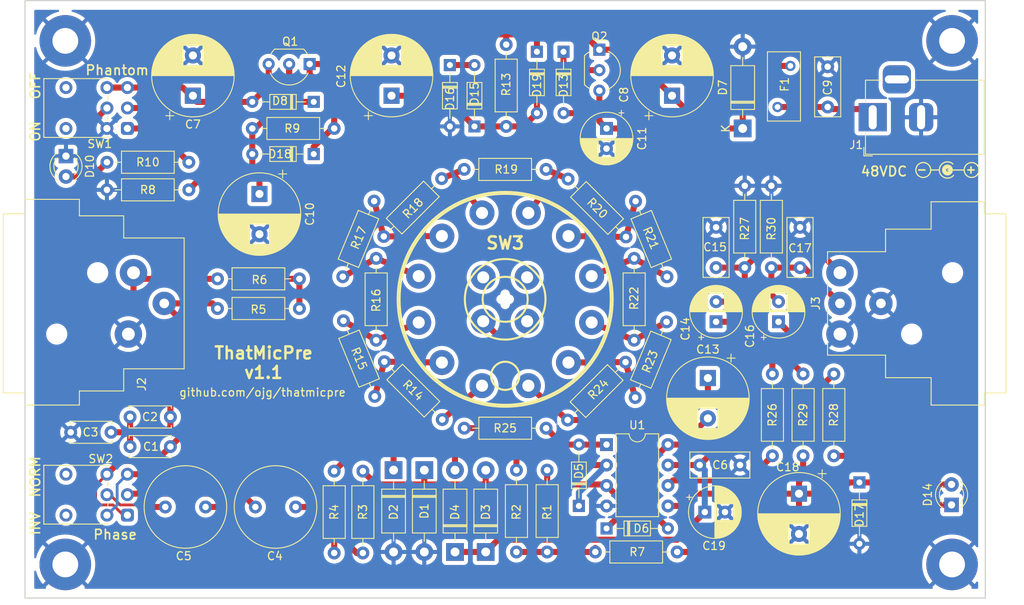
<source format=kicad_pcb>
(kicad_pcb (version 20211014) (generator pcbnew)
  (title_block (title "THAT MicPre") (date "2022-10-10") (rev "1.1") (company "OJG"))
  (layers (0 "F.Cu" signal) (31 "B.Cu" signal) (34 "B.Paste" user) (35 "F.Paste" user) (36 "B.SilkS" user "B.Silkscreen") (37 "F.SilkS" user "F.Silkscreen") (38 "B.Mask" user) (39 "F.Mask" user) (44 "Edge.Cuts" user))
  (net 0 "")
  (net 1 "Net-(C1-Pad2)")
  (net 2 "Net-(C1-Pad1)")
  (net 3 "Net-(C2-Pad1)")
  (net 4 "GND")
  (net 5 "Net-(C4-Pad2)")
  (net 6 "Net-(C4-Pad1)")
  (net 7 "Net-(C5-Pad2)")
  (net 8 "Net-(C5-Pad1)")
  (net 9 "Net-(C11-Pad1)")
  (net 10 "Net-(C7-Pad1)")
  (net 11 "Net-(C8-Pad1)")
  (net 12 "Net-(C9-Pad1)")
  (net 13 "Net-(C10-Pad1)")
  (net 14 "Net-(C12-Pad1)")
  (net 15 "Net-(C13-Pad2)")
  (net 16 "Net-(C13-Pad1)")
  (net 17 "Net-(C14-Pad2)")
  (net 18 "Net-(C14-Pad1)")
  (net 19 "Net-(C16-Pad2)")
  (net 20 "Net-(C16-Pad1)")
  (net 21 "Net-(D1-Pad1)")
  (net 22 "Net-(D2-Pad1)")
  (net 23 "Net-(D10-Pad2)")
  (net 24 "Net-(D14-Pad2)")
  (net 25 "Net-(D15-Pad2)")
  (net 26 "Net-(R1-Pad2)")
  (net 27 "Net-(R10-Pad1)")
  (net 28 "Net-(R14-Pad2)")
  (net 29 "Net-(R14-Pad1)")
  (net 30 "Net-(R15-Pad1)")
  (net 31 "Net-(R16-Pad1)")
  (net 32 "Net-(R17-Pad1)")
  (net 33 "Net-(R18-Pad1)")
  (net 34 "Net-(R19-Pad1)")
  (net 35 "Net-(R20-Pad1)")
  (net 36 "Net-(R21-Pad1)")
  (net 37 "Net-(R22-Pad1)")
  (net 38 "Net-(R23-Pad1)")
  (net 39 "Net-(D5-Pad2)")
  (net 40 "Net-(R25-Pad2)")
  (net 41 "Net-(C18-Pad1)")
  (net 42 "Net-(R26-Pad2)")
  (net 43 "Net-(R5-Pad1)")
  (net 44 "Net-(R8-Pad1)")
  (footprint "Capacitor_THT:C_Disc_D5.0mm_W2.5mm_P5.00mm" (layer "F.Cu") (at 68.834 106.172 180)
    (fp_text reference "C1")
    (fp_text value "470p")
  )
  (footprint "Capacitor_THT:C_Disc_D5.0mm_W2.5mm_P5.00mm" (layer "F.Cu") (at 68.834 102.489 180)
    (fp_text reference "C2")
    (fp_text value "470p")
  )
  (footprint "Capacitor_THT:C_Disc_D5.0mm_W2.5mm_P5.00mm" (layer "F.Cu") (at 61.468 104.394 180)
    (fp_text reference "C3")
    (fp_text value "47p")
  )
  (footprint "Capacitor_THT:C_Radial_D10.0mm_H16.0mm_P5.00mm" (layer "F.Cu") (at 79.375 113.665)
    (fp_text reference "C4")
    (fp_text value "47u-63V-BP")
  )
  (footprint "Capacitor_THT:C_Radial_D10.0mm_H16.0mm_P5.00mm" (layer "F.Cu") (at 68.199 113.665)
    (fp_text reference "C5")
    (fp_text value "47u-63V-BP")
  )
  (footprint "Capacitor_THT:C_Rect_L7.2mm_W3.0mm_P5.00mm_FKS2_FKP2_MKS2_MKP2" (layer "F.Cu") (at 134.493 108.458)
    (fp_text reference "C6")
    (fp_text value "100n")
  )
  (footprint "Capacitor_THT:C_Rect_L7.2mm_W3.0mm_P5.00mm_FKS2_FKP2_MKS2_MKP2" (layer "F.Cu") (at 150.368 64.008 90)
    (fp_text reference "C9")
    (fp_text value "10n")
  )
  (footprint "Capacitor_THT:CP_Radial_D6.3mm_P2.50mm" (layer "F.Cu") (at 122.936 66.675 -90)
    (fp_text reference "C11")
    (fp_text value "47u-50V")
  )
  (footprint "Capacitor_THT:CP_Radial_D10.0mm_P5.00mm" (layer "F.Cu") (at 96.266 62.611 90)
    (fp_text reference "C12")
    (fp_text value "220u-63V")
  )
  (footprint "Capacitor_THT:CP_Radial_D10.0mm_P5.00mm" (layer "F.Cu") (at 135.509 97.663 -90)
    (fp_text reference "C13")
    (fp_text value "3300u-6V3")
  )
  (footprint "Capacitor_THT:CP_Radial_D6.3mm_P2.50mm" (layer "F.Cu") (at 136.525 90.678 90)
    (fp_text reference "C14")
    (fp_text value "47u-50V")
  )
  (footprint "Capacitor_THT:C_Rect_L7.2mm_W3.0mm_P5.00mm_FKS2_FKP2_MKS2_MKP2" (layer "F.Cu") (at 136.525 83.947 90)
    (fp_text reference "C15")
    (fp_text value "10n")
  )
  (footprint "Capacitor_THT:CP_Radial_D6.3mm_P2.50mm" (layer "F.Cu") (at 144.272 90.678 90)
    (fp_text reference "C16")
    (fp_text value "47u-50V")
  )
  (footprint "Capacitor_THT:C_Rect_L7.2mm_W3.0mm_P5.00mm_FKS2_FKP2_MKS2_MKP2" (layer "F.Cu") (at 146.939 83.947 90)
    (fp_text reference "C17")
    (fp_text value "10n")
  )
  (footprint "Diode_THT:D_DO-41_SOD81_P10.16mm_Horizontal" (layer "F.Cu") (at 100.33 109.093 -90)
    (fp_text reference "D1")
    (fp_text value "1N4004")
  )
  (footprint "Diode_THT:D_DO-41_SOD81_P10.16mm_Horizontal" (layer "F.Cu") (at 96.52 109.093 -90)
    (fp_text reference "D2")
    (fp_text value "1N4004")
  )
  (footprint "Diode_THT:D_DO-41_SOD81_P10.16mm_Horizontal" (layer "F.Cu") (at 107.95 119.253 90)
    (fp_text reference "D3")
    (fp_text value "1N4004")
  )
  (footprint "Diode_THT:D_DO-41_SOD81_P10.16mm_Horizontal" (layer "F.Cu") (at 104.14 119.253 90)
    (fp_text reference "D4")
    (fp_text value "1N4004")
  )
  (footprint "Diode_THT:D_DO-34_SOD68_P7.62mm_Horizontal" (layer "F.Cu") (at 86.614 63.373 180)
    (fp_text reference "D8")
    (fp_text value "1N4148")
  )
  (footprint "LED_THT:LED_D3.0mm" (layer "F.Cu") (at 55.88 70.104 -90)
    (fp_text reference "D10")
    (fp_text value "LED")
  )
  (footprint "Diode_THT:D_DO-34_SOD68_P7.62mm_Horizontal" (layer "F.Cu") (at 117.602 57.15 -90)
    (fp_text reference "D13")
    (fp_text value "1N4148")
  )
  (footprint "LED_THT:LED_D3.0mm" (layer "F.Cu") (at 165.735 113.411 90)
    (fp_text reference "D14")
    (fp_text value "LED")
  )
  (footprint "Diode_THT:D_DO-34_SOD68_P7.62mm_Horizontal" (layer "F.Cu") (at 106.553 66.421 90)
    (fp_text reference "D15")
    (fp_text value "18V")
  )
  (footprint "Diode_THT:D_DO-34_SOD68_P7.62mm_Horizontal" (layer "F.Cu") (at 103.505 58.801 -90)
    (fp_text reference "D16")
    (fp_text value "18V")
  )
  (footprint "my_kicad_footprints:Jack_XLR_Neutrik_NC3MBH_Horizontal" (layer "F.Cu") (at 151.892 92.202 90)
    (fp_text reference "J3")
    (fp_text value "NC3MBH1")
  )
  (footprint "Package_TO_SOT_THT:TO-92_Inline_Wide" (layer "F.Cu") (at 86.106 58.674 180)
    (fp_text reference "Q1")
    (fp_text value "BC546C")
  )
  (footprint "Package_TO_SOT_THT:TO-92_Inline_Wide" (layer "F.Cu") (at 122.047 56.896 -90)
    (fp_text reference "Q2")
    (fp_text value "BC546C")
  )
  (footprint "Resistor_THT:R_Axial_DIN0207_L6.3mm_D2.5mm_P10.16mm_Horizontal" (layer "F.Cu") (at 111.76 109.093 -90)
    (fp_text reference "R2")
    (fp_text value "1k2-0.1%")
  )
  (footprint "Resistor_THT:R_Axial_DIN0207_L6.3mm_D2.5mm_P10.16mm_Horizontal" (layer "F.Cu") (at 92.71 109.22 -90)
    (fp_text reference "R3")
    (fp_text value "10R-1W")
  )
  (footprint "Resistor_THT:R_Axial_DIN0207_L6.3mm_D2.5mm_P10.16mm_Horizontal" (layer "F.Cu") (at 89.154 109.22 -90)
    (fp_text reference "R4")
    (fp_text value "10R-1W")
  )
  (footprint "Resistor_THT:R_Axial_DIN0207_L6.3mm_D2.5mm_P10.16mm_Horizontal" (layer "F.Cu") (at 84.836 89.027 180)
    (fp_text reference "R5")
    (fp_text value "6k8-0.1%-0.5W")
  )
  (footprint "Resistor_THT:R_Axial_DIN0207_L6.3mm_D2.5mm_P10.16mm_Horizontal" (layer "F.Cu") (at 84.836 85.344 180)
    (fp_text reference "R6")
    (fp_text value "6k8-0.1%-0.5W")
  )
  (footprint "Resistor_THT:R_Axial_DIN0207_L6.3mm_D2.5mm_P10.16mm_Horizontal" (layer "F.Cu") (at 121.539 119.253)
    (fp_text reference "R7")
    (fp_text value "22k")
  )
  (footprint "Resistor_THT:R_Axial_DIN0207_L6.3mm_D2.5mm_P10.16mm_Horizontal" (layer "F.Cu") (at 89.154 66.675 180)
    (fp_text reference "R9")
    (fp_text value "10k")
  )
  (footprint "Resistor_THT:R_Axial_DIN0207_L6.3mm_D2.5mm_P10.16mm_Horizontal" (layer "F.Cu") (at 71.12 70.866 180)
    (fp_text reference "R10")
    (fp_text value "22k")
  )
  (footprint "Resistor_THT:R_Axial_DIN0207_L6.3mm_D2.5mm_P10.16mm_Horizontal" (layer "F.Cu") (at 110.49 56.261 -90)
    (fp_text reference "R13")
    (fp_text value "10k")
  )
  (footprint "Resistor_THT:R_Axial_DIN0207_L6.3mm_D2.5mm_P10.16mm_Horizontal" (layer "F.Cu") (at 95.377 95.631 -45)
    (fp_text reference "R14")
    (fp_text value "1M0")
  )
  (footprint "Resistor_THT:R_Axial_DIN0207_L6.3mm_D2.5mm_P10.16mm_Horizontal" (layer "F.Cu") (at 90.297 90.551 -67.5)
    (fp_text reference "R15")
    (fp_text value "2k7")
  )
  (footprint "Resistor_THT:R_Axial_DIN0207_L6.3mm_D2.5mm_P10.16mm_Horizontal" (layer "F.Cu") (at 94.361 82.804 -90)
    (fp_text reference "R16")
    (fp_text value "1k0")
  )
  (footprint "Resistor_THT:R_Axial_DIN0207_L6.3mm_D2.5mm_P10.16mm_Horizontal" (layer "F.Cu") (at 94.107 75.692 -112.5)
    (fp_text reference "R17")
    (fp_text value "560R")
  )
  (footprint "Resistor_THT:R_Axial_DIN0207_L6.3mm_D2.5mm_P10.16mm_Horizontal" (layer "F.Cu") (at 102.489 72.898 -135)
    (fp_text reference "R18")
    (fp_text value "270R")
  )
  (footprint "Resistor_THT:R_Axial_DIN0207_L6.3mm_D2.5mm_P10.16mm_Horizontal" (layer "F.Cu") (at 115.443 71.755 180)
    (fp_text reference "R19")
    (fp_text value "150R")
  )
  (footprint "Resistor_THT:R_Axial_DIN0207_L6.3mm_D2.5mm_P10.16mm_Horizontal" (layer "F.Cu") (at 125.349 80.137 135)
    (fp_text reference "R20")
    (fp_text value "82R")
  )
  (footprint "Resistor_THT:R_Axial_DIN0207_L6.3mm_D2.5mm_P10.16mm_Horizontal" (layer "F.Cu") (at 130.429 85.09 112.5)
    (fp_text reference "R21")
    (fp_text value "47R")
  )
  (footprint "Resistor_THT:R_Axial_DIN0207_L6.3mm_D2.5mm_P10.16mm_Horizontal" (layer "F.Cu") (at 126.365 92.964 90)
    (fp_text reference "R22")
    (fp_text value "27R")
  )
  (footprint "Resistor_THT:R_Axial_DIN0207_L6.3mm_D2.5mm_P10.16mm_Horizontal" (layer "F.Cu") (at 126.492 100.076 67.5)
    (fp_text reference "R23")
    (fp_text value "15R")
  )
  (footprint "Resistor_THT:R_Axial_DIN0207_L6.3mm_D2.5mm_P10.16mm_Horizontal" (layer "F.Cu") (at 118.11 102.87 45)
    (fp_text reference "R24")
    (fp_text value "8R2")
  )
  (footprint "Resistor_THT:R_Axial_DIN0207_L6.3mm_D2.5mm_P10.16mm_Horizontal" (layer "F.Cu") (at 115.443 103.886 180)
    (fp_text reference "R25")
    (fp_text value "10R")
  )
  (footprint "Resistor_THT:R_Axial_DIN0207_L6.3mm_D2.5mm_P10.16mm_Horizontal" (layer "F.Cu") (at 143.51 97.155 -90)
    (fp_text reference "R26")
    (fp_text value "100R")
  )
  (footprint "Resistor_THT:R_Axial_DIN0207_L6.3mm_D2.5mm_P10.16mm_Horizontal" (layer "F.Cu") (at 140.081 83.947 90)
    (fp_text reference "R27")
    (fp_text value "10k")
  )
  (footprint "Resistor_THT:R_Axial_DIN0207_L6.3mm_D2.5mm_P10.16mm_Horizontal" (layer "F.Cu") (at 143.383 83.947 90)
    (fp_text reference "R30")
    (fp_text value "10k")
  )
  (footprint "Button_Switch_THT:SW_Push_2P2T_Vertical_E-Switch_800UDP8P1A1M6" (layer "F.Cu") (at 63.5 114.681 180)
    (fp_text reference "SW2")
    (fp_text value "SW_DPDT_x2")
  )
  (footprint "my_kicad_footprints:Jack_XLR_Neutrik_NC3FBH1_Horizontal" (layer "F.Cu") (at 63.622 92.202 180)
    (fp_text reference "J2")
    (fp_text value "NC3FBH1")
  )
  (footprint "my_kicad_footprints:LORINCK1049" (layer "F.Cu") (at 110.363 87.884)
    (fp_text reference "SW3")
    (fp_text value "SW_Rotary12" hide)
  )
  (footprint "Resistor_THT:R_Axial_DIN0207_L6.3mm_D2.5mm_P10.16mm_Horizontal" (layer "F.Cu") (at 115.57 109.093 -90)
    (fp_text reference "R1")
    (fp_text value "1k2-0.1%")
  )
  (footprint "Connector_BarrelJack:BarrelJack_Horizontal" (layer "F.Cu") (at 155.956 65.278 180)
    (fp_text reference "J1")
    (fp_text value "Barrel_Jack_Switch")
  )
  (footprint "Capacitor_THT:CP_Radial_D6.3mm_P2.50mm" (layer "F.Cu") (at 135.128 114.3)
    (fp_text reference "C19")
    (fp_text value "47u-50V")
  )
  (footprint "Capacitor_THT:CP_Radial_D10.0mm_P5.00mm" (layer "F.Cu") (at 146.812 112.014 -90)
    (fp_text reference "C18")
    (fp_text value "1000u-25V")
  )
  (footprint "Diode_THT:D_DO-34_SOD68_P7.62mm_Horizontal" (layer "F.Cu") (at 119.507 113.538 90)
    (fp_text reference "D5")
    (fp_text value "1N4148")
  )
  (footprint "Diode_THT:D_DO-34_SOD68_P7.62mm_Horizontal" (layer "F.Cu") (at 122.936 116.332)
    (fp_text reference "D6")
    (fp_text value "1N4148")
  )
  (footprint "Button_Switch_THT:SW_Push_2P2T_Vertical_E-Switch_800UDP8P1A1M6" (layer "F.Cu") (at 63.5 66.675 180)
    (fp_text reference "SW1")
    (fp_text value "SW_DPDT_x2")
  )
  (footprint "Package_DIP:DIP-8_W7.62mm" (layer "F.Cu") (at 122.936 105.918)
    (fp_text reference "U1")
    (fp_text value "THAT1510P08-U")
  )
  (footprint "MountingHole:MountingHole_3.2mm_M3_Pad" (layer "F.Cu") (at 55.8 55.8)
    (fp_text reference "H1" hide)
    (fp_text value "M3")
  )
  (footprint "MountingHole:MountingHole_3.2mm_M3_Pad" (layer "F.Cu") (at 55.8 120.8)
    (fp_text reference "H2" hide)
    (fp_text value "M3")
  )
  (footprint "MountingHole:MountingHole_3.2mm_M3_Pad" (layer "F.Cu") (at 165.8 55.8)
    (fp_text reference "H3" hide)
    (fp_text value "M3")
  )
  (footprint "MountingHole:MountingHole_3.2mm_M3_Pad" (layer "F.Cu") (at 165.8 120.8)
    (fp_text reference "H4" hide)
    (fp_text value "M3")
  )
  (footprint "Resistor_THT:R_Axial_DIN0207_L6.3mm_D2.5mm_P10.16mm_Horizontal" (layer "F.Cu") (at 151.13 97.155 -90)
    (fp_text reference "R28")
    (fp_text value "4k7")
  )
  (footprint "Diode_THT:D_DO-34_SOD68_P7.62mm_Horizontal" (layer "F.Cu") (at 86.614 69.85 180)
    (fp_text reference "D18")
    (fp_text value "1N4148")
  )
  (footprint "Diode_THT:D_DO-34_SOD68_P7.62mm_Horizontal" (layer "F.Cu") (at 114.3 57.15 -90)
    (fp_text reference "D19")
    (fp_text value "1N4148")
  )
  (footprint "Resistor_THT:R_Axial_DIN0207_L6.3mm_D2.5mm_P10.16mm_Horizontal" (layer "F.Cu") (at 71.12 74.295 180)
    (fp_text reference "R8")
    (fp_text value "47k")
  )
  (footprint "Capacitor_THT:CP_Radial_D10.0mm_P5.00mm" (layer "F.Cu") (at 79.883 74.803 -90)
    (fp_text reference "C10")
    (fp_text value "220u-63V")
  )
  (footprint "Capacitor_THT:CP_Radial_D10.0mm_P5.00mm" (layer "F.Cu") (at 131.064 62.611 90)
    (fp_text reference "C8")
    (fp_text value "220u-63V")
  )
  (footprint "Diode_THT:D_DO-34_SOD68_P7.62mm_Horizontal" (layer "F.Cu") (at 154.305 110.617 -90)
    (fp_text reference "D17")
    (fp_text value "18V")
  )
  (footprint "Resistor_THT:R_Axial_DIN0207_L6.3mm_D2.5mm_P10.16mm_Horizontal" (layer "F.Cu") (at 147.32 97.155 -90)
    (fp_text reference "R29")
    (fp_text value "100R")
  )
  (footprint "Capacitor_THT:CP_Radial_D10.0mm_P5.00mm" (layer "F.Cu") (at 71.628 62.611 90)
    (fp_text reference "C7")
    (fp_text value "220u-63V")
  )
  (footprint "Fuse:Fuse_BelFuse_0ZRE0005FF_L8.3mm_W3.8mm" (layer "F.Cu") (at 144.145 64.008 90)
    (fp_text reference "F1")
    (fp_text value "Polyfuse")
  )
  (footprint "Diode_THT:D_DO-41_SOD81_P10.16mm_Horizontal" (layer "F.Cu") (at 139.827 66.675 90)
    (fp_text reference "D7")
    (fp_text value "1N4004")
  )
  (footprint "Symbol:OSHW-Symbol_6.7x6mm_Copper" (layer "F.Cu") (at 75.184 104.394)
    (fp_text reference "LOGO1" hide)
    (fp_text value "Logo_Open_Hardware_Small" hide)
  )
  (footprint "Symbol:Symbol_CC-Attribution_CopperTop_Small" (layer "F.Cu") (at 82.042 104.394)
    (fp_text reference "LOGO2" hide)
    (fp_text value "Logo_Open_Hardware_Small")
  )
  (footprint "Symbol:Symbol_CreativeCommons_CopperTop_Type2_Small" (layer "F.Cu") (at 88.262 104.494)
    (fp_text reference "LOGO3" hide)
    (fp_text value "Logo_Open_Hardware_Small")
  )
  (footprint "Symbol:Symbol_Barrel_Polarity" (layer "F.Cu") (at 165.227 71.755)
    (fp_text reference "LOGO4" hide)
    (fp_text value "SYM_Arrow_Normal")
  )
  (gr_line (start 50.8 50.8) (end 50.8 124.968) (layer "Edge.Cuts") (width 0.15))
  (gr_line (start 169.926 124.968) (end 50.8 124.968) (layer "Edge.Cuts") (width 0.15))
  (gr_line (start 169.926 124.968) (end 169.926 50.8) (layer "Edge.Cuts") (width 0.15))
  (gr_line (start 169.926 50.8) (end 50.8 50.8) (layer "Edge.Cuts") (width 0.15))
  (gr_text "INV  NORM" (at 52.07 112.268 90) (layer "F.SilkS") (effects (font (size 1.2 1.2) (thickness 0.2))))
  (gr_text "github.com/ojg/thatmicpre" (at 80.264 99.441) (layer "F.SilkS") (effects (font (size 1 1))))
  (gr_text "-" (at 162.052 71.755) (layer "F.SilkS") (effects (font (size 1 1) (thickness 0.2))))
  (gr_text "ThatMicPre\nv1.1" (at 80.391 95.758) (layer "F.SilkS") (effects (font (size 1.5 1.5) (thickness 0.3))))
  (gr_text "ON   OFF" (at 52.07 64.008 90) (layer "F.SilkS") (effects (font (size 1.2 1.2) (thickness 0.2))))
  (gr_text "+" (at 168.148 71.755) (layer "F.SilkS") (effects (font (size 1 1) (thickness 0.2))))
  (gr_text "48VDC" (at 157.353 72.009) (layer "F.SilkS") (effects (font (size 1.2 1.2) (thickness 0.2))))
  (gr_text "Phantom" (at 62.23 59.436) (layer "F.SilkS") (effects (font (size 1.2 1.2) (thickness 0.2))))
  (gr_text "Phase" (at 61.976 117.094) (layer "F.SilkS") (effects (font (size 1.2 1.2) (thickness 0.2))))
  (segment (start 63.627 104.394) (end 63.834 104.187) (width 0.75) (layer "F.Cu") (net 1))
  (segment (start 61.468 104.394) (end 63.627 104.394) (width 0.75) (layer "F.Cu") (net 1))
  (segment (start 63.834 102.489) (end 63.834 104.187) (width 0.75) (layer "F.Cu") (net 1))
  (segment (start 63.834 104.187) (end 63.834 106.172) (width 0.75) (layer "F.Cu") (net 1))
  (segment (start 65.405 109.601) (end 68.834 106.172) (width 0.75) (layer "F.Cu") (net 2))
  (segment (start 63.5 109.601) (end 65.405 109.601) (width 0.75) (layer "F.Cu") (net 2))
  (segment (start 69.521999 89.841999) (end 68.072 88.392) (width 0.75) (layer "F.Cu") (net 2))
  (segment (start 70.612 104.394) (end 70.612 90.932) (width 0.75) (layer "F.Cu") (net 2))
  (segment (start 68.834 106.172) (end 70.612 104.394) (width 0.75) (layer "F.Cu") (net 2))
  (segment (start 68.072 88.392) (end 74.041 88.392) (width 0.75) (layer "F.Cu") (net 2))
  (segment (start 74.041 88.392) (end 74.676 89.027) (width 0.75) (layer "F.Cu") (net 2))
  (segment (start 70.612 90.932) (end 69.521999 89.841999) (width 0.75) (layer "F.Cu") (net 2))
  (segment (start 62.23 113.411) (end 62.23 110.871) (width 0.35) (layer "B.Cu") (net 2))
  (segment (start 62.23 110.871) (end 62.700001 110.400999) (width 0.35) (layer "B.Cu") (net 2))
  (segment (start 60.96 114.681) (end 62.23 113.411) (width 0.35) (layer "B.Cu") (net 2))
  (segment (start 62.700001 110.400999) (end 63.5 109.601) (width 0.35) (layer "B.Cu") (net 2))
  (segment (start 59.563 110.998) (end 60.160001 110.400999) (width 0.35) (layer "F.Cu") (net 3))
  (segment (start 62.611 107.95) (end 64.643 107.95) (width 0.75) (layer "F.Cu") (net 3))
  (segment (start 74.676 85.344) (end 65.019 85.344) (width 0.75) (layer "F.Cu") (net 3))
  (segment (start 68.834 102.489) (end 68.834 92.837) (width 0.75) (layer "F.Cu") (net 3))
  (segment (start 60.96 109.601) (end 62.611 107.95) (width 0.75) (layer "F.Cu") (net 3))
  (segment (start 63.5 114.681) (end 62.992 114.681) (width 0.35) (layer "F.Cu") (net 3))
  (segment (start 68.834 92.837) (end 64.257 88.26) (width 0.75) (layer "F.Cu") (net 3))
  (segment (start 59.563 112.776) (end 59.563 110.998) (width 0.35) (layer "F.Cu") (net 3))
  (segment (start 64.643 107.95) (end 68.834 103.759) (width 0.75) (layer "F.Cu") (net 3))
  (segment (start 60.160001 110.400999) (end 60.96 109.601) (width 0.35) (layer "F.Cu") (net 3))
  (segment (start 64.257 88.26) (end 64.257 84.582) (width 0.75) (layer "F.Cu") (net 3))
  (segment (start 62.992 114.681) (end 61.722 113.411) (width 0.35) (layer "F.Cu") (net 3))
  (segment (start 61.722 113.411) (end 60.198 113.411) (width 0.35) (layer "F.Cu") (net 3))
  (segment (start 68.834 103.759) (end 68.834 102.489) (width 0.75) (layer "F.Cu") (net 3))
  (segment (start 60.198 113.411) (end 59.563 112.776) (width 0.35) (layer "F.Cu") (net 3))
  (segment (start 65.019 85.344) (end 64.257 84.582) (width 0.75) (layer "F.Cu") (net 3))
  (segment (start 91.059 118.491) (end 91.059 117.094) (width 0.75) (layer "F.Cu") (net 5))
  (segment (start 87.63 113.665) (end 85.50637 113.665) (width 0.75) (layer "F.Cu") (net 5))
  (segment (start 91.948 119.38) (end 91.059 118.491) (width 0.75) (layer "F.Cu") (net 5))
  (segment (start 91.059 117.094) (end 87.63 113.665) (width 0.75) (layer "F.Cu") (net 5))
  (segment (start 85.50637 113.665) (end 84.375 113.665) (width 0.75) (layer "F.Cu") (net 5))
  (segment (start 92.71 119.38) (end 91.948 119.38) (width 0.75) (layer "F.Cu") (net 5))
  (segment (start 79.375 113.665) (end 77.724 112.014) (width 0.75) (layer "F.Cu") (net 6))
  (segment (start 77.724 112.014) (end 63.627 112.014) (width 0.75) (layer "F.Cu") (net 6))
  (segment (start 63.627 112.014) (end 63.5 112.141) (width 0.75) (layer "F.Cu") (net 6))
  (segment (start 89.154 117.348) (end 87.249 115.443) (width 0.75) (layer "F.Cu") (net 7))
  (segment (start 89.154 119.38) (end 89.154 117.348) (width 0.75) (layer "F.Cu") (net 7))
  (segment (start 76.708 113.665) (end 73.199 113.665) (width 0.75) (layer "F.Cu") (net 7))
  (segment (start 78.486 115.443) (end 76.708 113.665) (width 0.75) (layer "F.Cu") (net 7))
  (segment (start 87.249 115.443) (end 78.486 115.443) (width 0.75) (layer "F.Cu") (net 7))
  (segment (start 65.278 113.665) (end 68.199 113.665) (width 0.75) (layer "F.Cu") (net 8))
  (segment (start 65.024 113.411) (end 62.611 113.411) (width 0.35) (layer "F.Cu") (net 8))
  (segment (start 61.341 112.141) (end 60.96 112.141) (width 0.35) (layer "F.Cu") (net 8))
  (segment (start 62.611 113.411) (end 61.341 112.141) (width 0.35) (layer "F.Cu") (net 8))
  (segment (start 65.024 113.411) (end 65.278 113.665) (width 0.75) (layer "F.Cu") (net 8))
  (segment (start 134.493 108.458) (end 138.938 104.013) (width 0.75) (layer "F.Cu") (net 9))
  (segment (start 122.047 61.976) (end 122.047 65.024) (width 0.75) (layer "F.Cu") (net 9))
  (segment (start 121.793 64.77) (end 122.047 65.024) (width 0.75) (layer "F.Cu") (net 9))
  (segment (start 122.047 65.024) (end 122.047 65.786) (width 0.75) (layer "F.Cu") (net 9))
  (segment (start 148.209 100.076) (end 151.13 97.155) (width 0.75) (layer "F.Cu") (net 9))
  (segment (start 122.936 66.675) (end 124.486 66.675) (width 0.75) (layer "F.Cu") (net 9))
  (segment (start 131.699 117.729) (end 135.128 114.3) (width 0.75) (layer "F.Cu") (net 9))
  (segment (start 130.556 108.458) (end 133.858 108.458) (width 0.75) (layer "F.Cu") (net 9))
  (segment (start 132.969 75.158) (end 132.969 91.186) (width 0.75) (layer "F.Cu") (net 9))
  (segment (start 124.486 66.675) (end 132.969 75.158) (width 0.75) (layer "F.Cu") (net 9))
  (segment (start 138.938 100.076) (end 148.209 100.076) (width 0.75) (layer "F.Cu") (net 9))
  (segment (start 122.047 65.786) (end 122.936 66.675) (width 0.75) (layer "F.Cu") (net 9))
  (segment (start 104.14 119.253) (end 107.95 119.253) (width 0.75) (layer "F.Cu") (net 9))
  (segment (start 138.938 104.013) (end 138.938 100.076) (width 0.75) (layer "F.Cu") (net 9))
  (segment (start 117.602 64.77) (end 121.793 64.77) (width 0.75) (layer "F.Cu") (net 9))
  (segment (start 107.95 119.253) (end 109.474 117.729) (width 0.75) (layer "F.Cu") (net 9))
  (segment (start 132.969 91.186) (end 138.938 97.155) (width 0.75) (layer "F.Cu") (net 9))
  (segment (start 109.474 117.729) (end 131.699 117.729) (width 0.75) (layer "F.Cu") (net 9))
  (segment (start 138.938 97.155) (end 138.938 104.013) (width 0.75) (layer "F.Cu") (net 9))
  (segment (start 135.128 109.093) (end 134.493 108.458) (width 0.75) (layer "B.Cu") (net 9))
  (segment (start 135.128 114.3) (end 135.128 109.093) (width 0.75) (layer "B.Cu") (net 9))
  (segment (start 71.628 62.865) (end 70.358 61.595) (width 0.75) (layer "F.Cu") (net 10))
  (segment (start 81.026 58.674) (end 81.026 61.341) (width 0.75) (layer "F.Cu") (net 10))
  (segment (start 63.5 61.595) (end 62.09137 61.595) (width 0.75) (layer "F.Cu") (net 10))
  (segment (start 81.026 61.341) (end 78.994 63.373) (width 0.75) (layer "F.Cu") (net 10))
  (segment (start 78.994 63.373) (end 72.136 63.373) (width 0.75) (layer "F.Cu") (net 10))
  (segment (start 62.09137 61.595) (end 60.96 61.595) (width 0.75) (layer "F.Cu") (net 10))
  (segment (start 70.358 61.595) (end 63.5 61.595) (width 0.75) (layer "F.Cu") (net 10))
  (segment (start 72.136 63.373) (end 71.628 62.865) (width 0.75) (layer "F.Cu") (net 10))
  (segment (start 86.106 59.924) (end 89.154 62.972) (width 0.75) (layer "F.Cu") (net 11))
  (segment (start 89.003 58.674) (end 86.106 58.674) (width 0.75) (layer "F.Cu") (net 11))
  (segment (start 113.411 54.991) (end 110.49 54.991) (width 0.75) (layer "F.Cu") (net 11))
  (segment (start 125.349 56.896) (end 122.047 56.896) (width 0.75) (layer "F.Cu") (net 11))
  (segment (start 110.49 54.991) (end 98.933 54.991) (width 0.75) (layer "F.Cu") (net 11))
  (segment (start 139.827 64.825) (end 139.827 66.675) (width 0.75) (layer "F.Cu") (net 11))
  (segment (start 135.128 66.675) (end 131.064 62.611) (width 0.75) (layer "F.Cu") (net 11))
  (segment (start 86.614 69.596) (end 86.614 68.961) (width 0.75) (layer "F.Cu") (net 11))
  (segment (start 122.047 56.896) (end 120.142 54.991) (width 0.75) (layer "F.Cu") (net 11))
  (segment (start 89.154 65.92463) (end 89.154 67.056) (width 0.75) (layer "F.Cu") (net 11))
  (segment (start 116.332 54.991) (end 114.3 54.991) (width 0.75) (layer "F.Cu") (net 11))
  (segment (start 92.686 54.991) (end 98.933 54.991) (width 0.75) (layer "F.Cu") (net 11))
  (segment (start 145.745 58.908) (end 143.53 58.908) (width 0.75) (layer "F.Cu") (net 11))
  (segment (start 114.3 55.65) (end 114.3 54.991) (width 0.75) (layer "F.Cu") (net 11))
  (segment (start 110.49 56.261) (end 110.49 55.12963) (width 0.75) (layer "F.Cu") (net 11))
  (segment (start 89.003 58.674) (end 92.686 54.991) (width 0.75) (layer "F.Cu") (net 11))
  (segment (start 89.154 62.972) (end 89.154 65.92463) (width 0.75) (layer "F.Cu") (net 11))
  (segment (start 120.142 54.991) (end 116.332 54.991) (width 0.75) (layer "F.Cu") (net 11))
  (segment (start 139.827 66.675) (end 135.128 66.675) (width 0.75) (layer "F.Cu") (net 11))
  (segment (start 139.827 62.611) (end 139.827 64.825) (width 0.75) (layer "F.Cu") (net 11))
  (segment (start 143.53 58.908) (end 139.827 62.611) (width 0.75) (layer "F.Cu") (net 11))
  (segment (start 114.3 57.15) (end 114.3 55.65) (width 0.75) (layer "F.Cu") (net 11))
  (segment (start 110.49 55.12963) (end 110.49 54.991) (width 0.75) (layer "F.Cu") (net 11))
  (segment (start 86.106 58.674) (end 86.106 59.924) (width 0.75) (layer "F.Cu") (net 11))
  (segment (start 86.614 68.961) (end 89.154 66.421) (width 0.75) (layer "F.Cu") (net 11))
  (segment (start 131.064 62.611) (end 125.349 56.896) (width 0.75) (layer "F.Cu") (net 11))
  (segment (start 86.614 68.961) (end 86.614 69.85) (width 0.75) (layer "F.Cu") (net 11))
  (segment (start 114.3 54.991) (end 113.411 54.991) (width 0.75) (layer "F.Cu") (net 11))
  (segment (start 150.368 64.008) (end 144.145 64.008) (width 0.75) (layer "F.Cu") (net 12))
  (segment (start 155.956 64.262) (end 150.622 64.262) (width 0.75) (layer "F.Cu") (net 12))
  (segment (start 150.622 64.262) (end 150.368 64.008) (width 0.75) (layer "F.Cu") (net 12))
  (segment (start 83.566 62.484) (end 83.566 58.674) (width 0.75) (layer "F.Cu") (net 13))
  (segment (start 79.883 72.39) (end 78.994 71.501) (width 0.75) (layer "F.Cu") (net 13))
  (segment (start 83.566 59.73466) (end 83.566 58.674) (width 0.75) (layer "F.Cu") (net 13))
  (segment (start 78.994 71.501) (end 78.994 69.85) (width 0.75) (layer "F.Cu") (net 13))
  (segment (start 84.455 63.373) (end 83.566 62.484) (width 0.75) (layer "F.Cu") (net 13))
  (segment (start 86.614 63.373) (end 84.455 63.373) (width 0.75) (layer "F.Cu") (net 13))
  (segment (start 78.994 67.056) (end 83.566 62.484) (width 0.75) (layer "F.Cu") (net 13))
  (segment (start 78.994 69.85) (end 78.994 67.056) (width 0.75) (layer "F.Cu") (net 13))
  (segment (start 78.994 67.056) (end 78.994 66.421) (width 0.75) (layer "F.Cu") (net 13))
  (segment (start 83.566 62.484) (end 83.566 59.73466) (width 0.75) (layer "F.Cu") (net 13))
  (segment (start 79.883 74.803) (end 79.883 72.39) (width 0.75) (layer "F.Cu") (net 13))
  (segment (start 122.047 59.436) (end 117.602 59.436) (width 0.75) (layer "F.Cu") (net 14))
  (segment (start 96.266 62.611) (end 102.743 62.611) (width 0.75) (layer "F.Cu") (net 14))
  (segment (start 114.3 64.77) (end 114.3 62.738) (width 0.75) (layer "F.Cu") (net 14))
  (segment (start 112.649 66.421) (end 114.3 64.77) (width 0.75) (layer "F.Cu") (net 14))
  (segment (start 117.602 59.436) (end 117.602 57.15) (width 0.75) (layer "F.Cu") (net 14))
  (segment (start 110.49 66.421) (end 112.649 66.421) (width 0.75) (layer "F.Cu") (net 14))
  (segment (start 114.3 62.738) (end 117.602 59.436) (width 0.75) (layer "F.Cu") (net 14))
  (segment (start 102.743 62.611) (end 106.553 66.421) (width 0.75) (layer "F.Cu") (net 14))
  (segment (start 106.553 66.421) (end 110.49 66.421) (width 0.75) (layer "F.Cu") (net 14))
  (segment (start 130.556 116.332) (end 128.778 114.554) (width 0.75) (layer "F.Cu") (net 15))
  (segment (start 130.556 105.918) (end 132.254 105.918) (width 0.75) (layer "F.Cu") (net 15))
  (segment (start 128.778 114.554) (end 128.778 107.696) (width 0.75) (layer "F.Cu") (net 15))
  (segment (start 129.756001 106.717999) (end 130.556 105.918) (width 0.75) (layer "F.Cu") (net 15))
  (segment (start 128.778 107.696) (end 129.756001 106.717999) (width 0.75) (layer "F.Cu") (net 15))
  (segment (start 132.254 105.918) (end 135.509 102.663) (width 0.75) (layer "F.Cu") (net 15))
  (segment (start 132.052 102.87) (end 135.509 99.413) (width 0.75) (layer "F.Cu") (net 16))
  (segment (start 118.11 102.87) (end 132.052 102.87) (width 0.75) (layer "F.Cu") (net 16))
  (segment (start 135.509 99.413) (end 135.509 97.663) (width 0.75) (layer "F.Cu") (net 16))
  (segment (start 118.11 102.87) (end 113.23828 98.60788) (width 0.75) (layer "F.Cu") (net 16))
  (segment (start 136.525 88.178) (end 139.152 88.178) (width 0.75) (layer "F.Cu") (net 17))
  (segment (start 139.152 88.178) (end 140.081 87.249) (width 0.75) (layer "F.Cu") (net 17))
  (segment (start 149.606 82.296) (end 151.892 84.582) (width 0.75) (layer "F.Cu") (net 17))
  (segment (start 140.081 87.249) (end 140.081 84.455) (width 0.75) (layer "F.Cu") (net 17))
  (segment (start 140.081 83.947) (end 141.732 82.296) (width 0.75) (layer "F.Cu") (net 17))
  (segment (start 141.732 82.296) (end 149.606 82.296) (width 0.75) (layer "F.Cu") (net 17))
  (segment (start 140.081 84.455) (end 140.081 83.947) (width 0.75) (layer "F.Cu") (net 17))
  (segment (start 136.525 83.947) (end 140.081 83.947) (width 0.75) (layer "F.Cu") (net 17))
  (segment (start 141.224 90.678) (end 143.51 92.964) (width 0.75) (layer "F.Cu") (net 18))
  (segment (start 143.51 92.964) (end 143.51 96.02363) (width 0.75) (layer "F.Cu") (net 18))
  (segment (start 143.51 96.02363) (end 143.51 97.155) (width 0.75) (layer "F.Cu") (net 18))
  (segment (start 136.525 90.678) (end 141.224 90.678) (width 0.75) (layer "F.Cu") (net 18))
  (segment (start 144.272 88.178) (end 143.383 87.289) (width 0.75) (layer "F.Cu") (net 19))
  (segment (start 147.447 83.947) (end 151.892 88.392) (width 0.75) (layer "F.Cu") (net 19))
  (segment (start 143.383 87.289) (end 143.383 83.947) (width 0.75) (layer "F.Cu") (net 19))
  (segment (start 143.383 83.947) (end 146.939 83.947) (width 0.75) (layer "F.Cu") (net 19))
  (segment (start 146.939 83.947) (end 147.447 83.947) (width 0.75) (layer "F.Cu") (net 19))
  (segment (start 145.034 91.44) (end 144.272 90.678) (width 0.75) (layer "F.Cu") (net 20))
  (segment (start 147.32 97.155) (end 145.669 95.504) (width 0.75) (layer "F.Cu") (net 20))
  (segment (start 145.669 92.075) (end 145.034 91.44) (width 0.75) (layer "F.Cu") (net 20))
  (segment (start 145.669 95.504) (end 145.669 92.075) (width 0.75) (layer "F.Cu") (net 20))
  (segment (start 115.57 110.871) (end 122.809 110.871) (width 0.75) (layer "F.Cu") (net 21))
  (segment (start 123.735999 111.797999) (end 122.936 110.998) (width 0.75) (layer "F.Cu") (net 21))
  (segment (start 115.57 110.871) (end 107.95 110.871) (width 0.75) (layer "F.Cu") (net 21))
  (segment (start 100.152 110.871) (end 94.361 110.871) (width 0.75) (layer "F.Cu") (net 21))
  (segment (start 100.33 110.693) (end 100.33 109.093) (width 0.75) (layer "F.Cu") (net 21))
  (segment (start 107.95 109.093) (end 107.95 110.871) (width 0.75) (layer "F.Cu") (net 21))
  (segment (start 122.809 110.871) (end 122.936 110.998) (width 0.75) (layer "F.Cu") (net 21))
  (segment (start 124.714 112.776) (end 123.735999 111.797999) (width 0.75) (layer "F.Cu") (net 21))
  (segment (start 124.714 114.554) (end 124.714 112.776) (width 0.75) (layer "F.Cu") (net 21))
  (segment (start 94.361 110.871) (end 92.71 109.22) (width 0.75) (layer "F.Cu") (net 21))
  (segment (start 100.33 110.693) (end 100.152 110.871) (width 0.75) (layer "F.Cu") (net 21))
  (segment (start 107.95 110.871) (end 100.508 110.871) (width 0.75) (layer "F.Cu") (net 21))
  (segment (start 122.936 116.332) (end 124.714 114.554) (width 0.75) (layer "F.Cu") (net 21))
  (segment (start 115.57 109.093) (end 115.57 110.871) (width 0.75) (layer "F.Cu") (net 21))
  (segment (start 100.508 110.871) (end 100.33 110.693) (width 0.75) (layer "F.Cu") (net 21))
  (segment (start 91.313 107.061) (end 89.953999 108.420001) (width 0.75) (layer "F.Cu") (net 22))
  (segment (start 117.368 108.458) (end 115.971 107.061) (width 0.75) (layer "F.Cu") (net 22))
  (segment (start 104.572 107.061) (end 104.14 107.061) (width 0.75) (layer "F.Cu") (net 22))
  (segment (start 104.14 107.061) (end 104.14 109.093) (width 0.75) (layer "F.Cu") (net 22))
  (segment (start 111.76 107.061) (end 104.572 107.061) (width 0.75) (layer "F.Cu") (net 22))
  (segment (start 96.52 107.061) (end 96.52 109.093) (width 0.75) (layer "F.Cu") (net 22))
  (segment (start 104.572 107.061) (end 91.313 107.061) (width 0.75) (layer "F.Cu") (net 22))
  (segment (start 111.76 107.061) (end 111.76 109.093) (width 0.75) (layer "F.Cu") (net 22))
  (segment (start 89.953999 108.420001) (end 89.154 109.22) (width 0.75) (layer "F.Cu") (net 22))
  (segment (start 115.971 107.061) (end 111.76 107.061) (width 0.75) (layer "F.Cu") (net 22))
  (segment (start 122.936 108.458) (end 117.368 108.458) (width 0.75) (layer "F.Cu") (net 22))
  (segment (start 119.507 113.538) (end 119.507 111.887) (width 0.75) (layer "B.Cu") (net 22))
  (segment (start 119.507 111.887) (end 122.936 108.458) (width 0.75) (layer "B.Cu") (net 22))
  (segment (start 59.182 72.644) (end 60.96 70.866) (width 0.75) (layer "F.Cu") (net 23))
  (segment (start 55.88 72.644) (end 59.182 72.644) (width 0.75) (layer "F.Cu") (net 23))
  (segment (start 159.766 110.871) (end 165.735 110.871) (width 0.75) (layer "F.Cu") (net 24))
  (segment (start 151.13 107.315) (end 156.21 107.315) (width 0.75) (layer "F.Cu") (net 24))
  (segment (start 156.21 107.315) (end 159.766 110.871) (width 0.75) (layer "F.Cu") (net 24))
  (segment (start 103.378 58.801) (end 106.553 58.801) (width 0.75) (layer "F.Cu") (net 25))
  (segment (start 121.031 119.253) (end 121.539 118.745) (width 0.75) (layer "F.Cu") (net 26))
  (segment (start 111.76 119.253) (end 115.57 119.253) (width 0.75) (layer "F.Cu") (net 26))
  (segment (start 115.57 119.253) (end 121.031 119.253) (width 0.75) (layer "F.Cu") (net 26))
  (segment (start 59.182 65.913) (end 59.182 67.437) (width 0.75) (layer "F.Cu") (net 27))
  (segment (start 68.834 68.58) (end 71.12 70.866) (width 0.75) (layer "F.Cu") (net 27))
  (segment (start 59.182 67.437) (end 60.325 68.58) (width 0.75) (layer "F.Cu") (net 27))
  (segment (start 60.325 68.58) (end 68.834 68.58) (width 0.75) (layer "F.Cu") (net 27))
  (segment (start 60.96 64.135) (end 59.182 65.913) (width 0.75) (layer "F.Cu") (net 27))
  (segment (start 107.48772 98.60788) (end 102.561205 102.815205) (width 0.75) (layer "F.Cu") (net 28))
  (segment (start 94.185064 99.937616) (end 95.377 95.631) (width 0.75) (layer "F.Cu") (net 29))
  (segment (start 95.377 95.631) (end 102.51186 95.73514) (width 0.75) (layer "F.Cu") (net 29))
  (segment (start 94.361 92.964) (end 99.63912 90.75928) (width 0.75) (layer "F.Cu") (net 30))
  (segment (start 90.297 90.551) (end 94.361 92.964) (width 0.75) (layer "F.Cu") (net 30))
  (segment (start 90.218936 85.078616) (end 94.361 82.804) (width 0.75) (layer "F.Cu") (net 31))
  (segment (start 94.361 82.804) (end 99.63912 85.00872) (width 0.75) (layer "F.Cu") (net 31))
  (segment (start 94.107 75.692) (end 95.304795 80.082205) (width 0.75) (layer "F.Cu") (net 32))
  (segment (start 95.304795 80.082205) (end 102.51186 80.03286) (width 0.75) (layer "F.Cu") (net 32))
  (segment (start 103.931064 72.308064) (end 105.283 71.755) (width 0.75) (layer "F.Cu") (net 33))
  (segment (start 102.489 72.898) (end 103.931064 72.308064) (width 0.75) (layer "F.Cu") (net 33))
  (segment (start 103.931064 72.308064) (end 107.48772 77.16012) (width 0.75) (layer "F.Cu") (net 33))
  (segment (start 116.854037 72.375963) (end 113.23828 77.16012) (width 0.75) (layer "F.Cu") (net 34))
  (segment (start 115.443 71.755) (end 116.854037 72.375963) (width 0.75) (layer "F.Cu") (net 34))
  (segment (start 116.854037 72.375963) (end 118.164795 72.952795) (width 0.75) (layer "F.Cu") (net 34))
  (segment (start 118.21414 80.03286) (end 125.349 80.137) (width 0.75) (layer "F.Cu") (net 35))
  (segment (start 125.349 80.137) (end 126.540936 75.703384) (width 0.75) (layer "F.Cu") (net 35))
  (segment (start 121.08688 85.00872) (end 126.365 82.804) (width 0.75) (layer "F.Cu") (net 36))
  (segment (start 126.365 82.804) (end 130.429 85.09) (width 0.75) (layer "F.Cu") (net 36))
  (segment (start 126.365 92.964) (end 121.08688 90.75928) (width 0.75) (layer "F.Cu") (net 37))
  (segment (start 130.380064 90.689384) (end 126.365 92.964) (width 0.75) (layer "F.Cu") (net 37))
  (segment (start 118.21414 95.73514) (end 125.294205 95.685795) (width 0.75) (layer "F.Cu") (net 38))
  (segment (start 126.492 100.076) (end 125.294205 95.685795) (width 0.75) (layer "F.Cu") (net 38))
  (segment (start 117.475 105.918) (end 122.936 105.918) (width 0.75) (layer "F.Cu") (net 39))
  (segment (start 117.475 105.918) (end 115.443 103.886) (width 0.75) (layer "F.Cu") (net 39))
  (segment (start 105.283 103.886) (end 106.894472 103.886) (width 0.75) (layer "F.Cu") (net 40))
  (segment (start 110.363 100.417472) (end 110.363 93.33484) (width 0.75) (layer "F.Cu") (net 40))
  (segment (start 106.894472 103.886) (end 110.363 100.417472) (width 0.75) (layer "F.Cu") (net 40))
  (segment (start 110.363 93.33484) (end 109.186979 92.158819) (width 0.75) (layer "F.Cu") (net 40))
  (segment (start 109.186979 92.158819) (end 107.63758 90.60942) (width 0.75) (layer "F.Cu") (net 40))
  (segment (start 133.731 112.014) (end 146.812 112.014) (width 0.75) (layer "F.Cu") (net 41))
  (segment (start 146.812 113.768) (end 146.812 112.014) (width 0.75) (layer "F.Cu") (net 41))
  (segment (start 130.556 113.538) (end 132.207 113.538) (width 0.75) (layer "F.Cu") (net 41))
  (segment (start 141.327 119.253) (end 146.812 113.768) (width 0.75) (layer "F.Cu") (net 41))
  (segment (start 131.699 119.253) (end 141.327 119.253) (width 0.75) (layer "F.Cu") (net 41))
  (segment (start 151.638 112.014) (end 153.035 110.617) (width 0.75) (layer "F.Cu") (net 41))
  (segment (start 154.305 110.617) (end 156.591 110.617) (width 0.75) (layer "F.Cu") (net 41))
  (segment (start 146.812 112.014) (end 151.638 112.014) (width 0.75) (layer "F.Cu") (net 41))
  (segment (start 146.812 110.49) (end 146.812 112.014) (width 0.75) (layer "F.Cu") (net 41))
  (segment (start 159.385 113.411) (end 165.735 113.411) (width 0.75) (layer "F.Cu") (net 41))
  (segment (start 132.207 113.538) (end 133.731 112.014) (width 0.75) (layer "F.Cu") (net 41))
  (segment (start 153.035 110.617) (end 154.305 110.617) (width 0.75) (layer "F.Cu") (net 41))
  (segment (start 156.591 110.617) (end 159.385 113.411) (width 0.75) (layer "F.Cu") (net 41))
  (segment (start 147.32 107.315) (end 147.32 109.982) (width 0.75) (layer "F.Cu") (net 41))
  (segment (start 147.32 109.982) (end 146.812 110.49) (width 0.75) (layer "F.Cu") (net 41))
  (segment (start 143.51 107.315) (end 140.462 110.363) (width 0.75) (layer "F.Cu") (net 42))
  (segment (start 140.462 110.363) (end 131.191 110.363) (width 0.75) (layer "F.Cu") (net 42))
  (segment (start 131.191 110.363) (end 130.556 110.998) (width 0.75) (layer "F.Cu") (net 42))
  (segment (start 76.962 81.534) (end 76.962 71.755) (width 0.75) (layer "F.Cu") (net 43))
  (segment (start 69.342 64.135) (end 63.5 64.135) (width 0.75) (layer "F.Cu") (net 43))
  (segment (start 76.962 71.755) (end 69.342 64.135) (width 0.75) (layer "F.Cu") (net 43))
  (segment (start 84.836 89.027) (end 84.836 85.344) (width 0.75) (layer "F.Cu") (net 43))
  (segment (start 80.772 85.344) (end 76.962 81.534) (width 0.75) (layer "F.Cu") (net 43))
  (segment (start 84.836 85.344) (end 80.772 85.344) (width 0.75) (layer "F.Cu") (net 43))
  (segment (start 69.705772 66.675) (end 73.025 69.994228) (width 0.75) (layer "F.Cu") (net 44))
  (segment (start 71.919999 73.495001) (end 71.12 74.295) (width 0.75) (layer "F.Cu") (net 44))
  (segment (start 63.5 66.675) (end 69.705772 66.675) (width 0.75) (layer "F.Cu") (net 44))
  (segment (start 73.025 72.39) (end 71.919999 73.495001) (width 0.75) (layer "F.Cu") (net 44))
  (segment (start 73.025 69.994228) (end 73.025 72.39) (width 0.75) (layer "F.Cu") (net 44))
  (zone (net 4) (net_name "GND") (layer "B.Cu") (connect_pads (clearance 0.508)) (min_thickness 0.254) (fill yes (thermal_gap 0.508) (thermal_bridge_width 0.508))
    (polygon (pts (xy 169.037 51.943) (xy 51.943 51.943) (xy 51.943 123.825) (xy 169.037 123.825)))
  )
)
</source>
